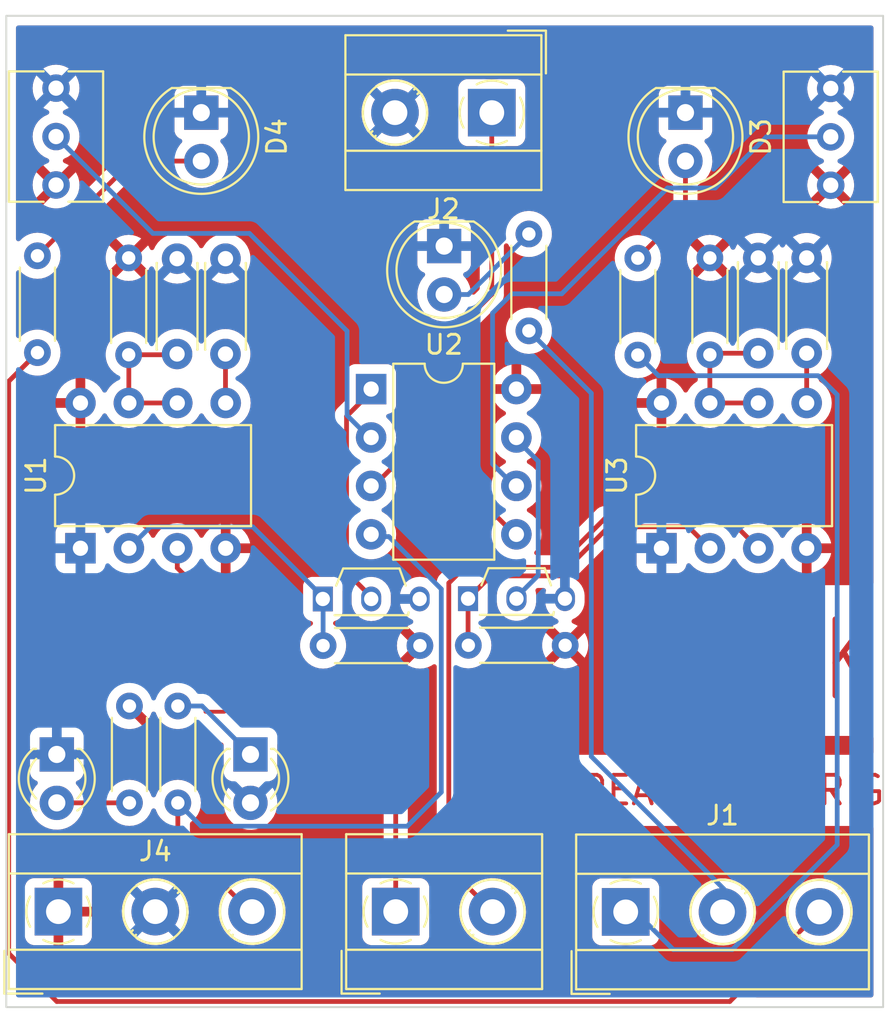
<source format=kicad_pcb>
(kicad_pcb (version 20211014) (generator pcbnew)
  (layers (0 "F.Cu" signal) (31 "B.Cu" signal) (34 "B.Paste" user) (35 "F.Paste" user) (36 "B.SilkS" user "B.Silkscreen") (37 "F.SilkS" user "F.Silkscreen") (38 "B.Mask" user) (39 "F.Mask" user) (44 "Edge.Cuts" user))
  (net 0 "")
  (net 1 "Earth")
  (net 2 "Net-(U3-Pad3)")
  (net 3 "-5V")
  (net 4 "Net-(RV1-Pad2)")
  (net 5 "Net-(RV2-Pad2)")
  (net 6 "Net-(J1-Pad2)")
  (net 7 "Net-(Q1-Pad2)")
  (net 8 "Net-(Q2-Pad2)")
  (net 9 "Net-(D3-Pad2)")
  (net 10 "Net-(J2-Pad1)")
  (net 11 "Net-(C1-Pad1)")
  (net 12 "Net-(C2-Pad1)")
  (net 13 "Net-(C4-Pad1)")
  (net 14 "Net-(D4-Pad2)")
  (net 15 "Net-(J1-Pad1)")
  (net 16 "Net-(J3-Pad1)")
  (net 17 "+3.3V")
  (net 18 "Net-(Q1-Pad1)")
  (net 19 "Net-(D1-Pad1)")
  (net 20 "Net-(D2-Pad2)")
  (net 21 "Net-(D5-Pad2)")
  (net 22 "Net-(J1-Pad3)")
  (net 23 "Net-(C3-Pad1)")
  (net 24 "Net-(Q2-Pad1)")
  (footprint "Resistor_THT:R_Axial_DIN0204_L3.6mm_D1.6mm_P5.08mm_Horizontal" (layer "F.Cu") (at 133.32 64.12 -90)
    (fp_text reference "R8" hide)
    (fp_text value "100k")
    (fp_line (start 0.62 -0.92) (end 4.46 -0.92) (layer "F.SilkS") (width 0.12))
    (fp_line (start 0.62 0.92) (end 4.46 0.92) (layer "F.SilkS") (width 0.12))
    (pad "1" thru_hole circle (at 0 0 270) (size 1.4 1.4) (drill 0.7) (layers *.Cu *.Mask) (net 17 "+3.3V"))
    (pad "2" thru_hole oval (at 5.08 0 270) (size 1.4 1.4) (drill 0.7) (layers *.Cu *.Mask) (net 13 "Net-(C4-Pad1)"))
  )
  (footprint "LED_THT:LED_D5.0mm" (layer "F.Cu") (at 119.38 63.5 -90)
    (fp_text reference "D5" hide)
    (fp_text value "LED" hide)
    (fp_line (start -1.29 -1.545) (end -1.29 1.545) (layer "F.SilkS") (width 0.12))
    (fp_arc (start 4.26 -0.000462) (mid 2.072002 2.880433) (end -1.29 1.54483) (layer "F.SilkS") (width 0.12))
    (fp_arc (start -1.29 -1.54483) (mid 2.072002 -2.880433) (end 4.26 0.000462) (layer "F.SilkS") (width 0.12))
    (fp_circle (center 1.27 0) (end 3.77 0) (layer "F.SilkS") (width 0.12) (fill none))
    (pad "1" thru_hole rect (at 0 0 270) (size 1.8 1.8) (drill 0.9) (layers *.Cu *.Mask) (net 1 "Earth"))
    (pad "2" thru_hole circle (at 2.54 0 270) (size 1.8 1.8) (drill 0.9) (layers *.Cu *.Mask) (net 21 "Net-(D5-Pad2)"))
  )
  (footprint "LED_THT:LED_D3.0mm" (layer "F.Cu") (at 109.22 90.165 -90)
    (fp_text reference "D1" hide)
    (fp_text value "LED" hide)
    (fp_line (start -0.29 -1.236) (end -0.29 -1.08) (layer "F.SilkS") (width 0.12))
    (fp_line (start -0.29 1.08) (end -0.29 1.236) (layer "F.SilkS") (width 0.12))
    (fp_arc (start 2.31113 1.079837) (mid 1.270117 1.5) (end 0.229039 1.08) (layer "F.SilkS") (width 0.12))
    (fp_arc (start 0.229039 -1.08) (mid 1.270117 -1.5) (end 2.31113 -1.079837) (layer "F.SilkS") (width 0.12))
    (fp_arc (start -0.29 -1.235516) (mid 1.366487 -1.987659) (end 2.942335 -1.078608) (layer "F.SilkS") (width 0.12))
    (fp_arc (start 2.942335 1.078608) (mid 1.366487 1.987659) (end -0.29 1.235516) (layer "F.SilkS") (width 0.12))
    (pad "1" thru_hole rect (at 0 0 270) (size 1.8 1.8) (drill 0.9) (layers *.Cu *.Mask) (net 19 "Net-(D1-Pad1)"))
    (pad "2" thru_hole circle (at 2.54 0 270) (size 1.8 1.8) (drill 0.9) (layers *.Cu *.Mask) (net 1 "Earth"))
  )
  (footprint "TerminalBlock_MetzConnect:TerminalBlock_MetzConnect_Type101_RT01602HBWC_1x02_P5.08mm_Horizontal" (layer "F.Cu") (at 121.88 56.5 180)
    (fp_text reference "J2" (at 2.54 -5.06 180) (layer "F.SilkS"))
    (fp_text value "CONN_2")
    (fp_line (start 6.355 -1.069) (end 6.261 -0.976) (layer "F.SilkS") (width 0.12))
    (fp_line (start 7.68 -4.06) (end 7.68 4.06) (layer "F.SilkS") (width 0.12))
    (fp_line (start -2.84 2.06) (end -2.84 4.3) (layer "F.SilkS") (width 0.12))
    (fp_line (start -2.6 2) (end 7.68 2) (layer "F.SilkS") (width 0.12))
    (fp_line (start -2.6 -4.06) (end -2.6 4.06) (layer "F.SilkS") (width 0.12))
    (fp_line (start -2.6 4.06) (end 7.68 4.06) (layer "F.SilkS") (width 0.12))
    (fp_line (start 6.15 -1.275) (end 6.091 -1.216) (layer "F.SilkS") (width 0.12))
    (fp_line (start 3.9 0.976) (end 3.806 1.069) (layer "F.SilkS") (width 0.12))
    (fp_line (start -2.6 -2) (end 7.68 -2) (layer "F.SilkS") (width 0.12))
    (fp_line (start -2.6 -4.06) (end 7.68 -4.06) (layer "F.SilkS") (width 0.12))
    (fp_line (start 4.07 1.216) (end 4.011 1.274) (layer "F.SilkS") (width 0.12))
    (fp_line (start -2.84 4.3) (end -0.84 4.3) (layer "F.SilkS") (width 0.12))
    (fp_arc (start -1.483953 0.789089) (mid -1.680708 0.00005) (end -1.484 -0.789) (layer "F.SilkS") (width 0.12))
    (fp_arc (start 1.483953 -0.789089) (mid 1.680708 -0.00005) (end 1.484 0.789) (layer "F.SilkS") (width 0.12))
    (fp_arc (start -0.789089 -1.483953) (mid -0.00005 -1.680708) (end 0.789 -1.484) (layer "F.SilkS") (width 0.12))
    (fp_arc (start 0.029383 1.68045) (mid -0.392304 1.634281) (end -0.789 1.484) (layer "F.SilkS") (width 0.12))
    (fp_arc (start 0.788712 1.483352) (mid 0.406429 1.630097) (end 0 1.68) (layer "F.SilkS") (width 0.12))
    (fp_circle (center 5.08 0) (end 6.76 0) (layer "F.SilkS") (width 0.12) (fill none))
    (pad "1" thru_hole rect (at 0 0 180) (size 2.5 2.5) (drill 1.3) (layers *.Cu *.Mask) (net 10 "Net-(J2-Pad1)"))
    (pad "2" thru_hole circle (at 5.08 0 180) (size 2.5 2.5) (drill 1.3) (layers *.Cu *.Mask) (net 1 "Earth"))
  )
  (footprint "Resistor_THT:R_Axial_DIN0204_L3.6mm_D1.6mm_P5.08mm_Horizontal" (layer "F.Cu") (at 129.54 69.215 90)
    (fp_text reference "R4" hide)
    (fp_text value "100")
    (fp_line (start 0.62 -0.92) (end 4.46 -0.92) (layer "F.SilkS") (width 0.12))
    (fp_line (start 0.62 0.92) (end 4.46 0.92) (layer "F.SilkS") (width 0.12))
    (pad "1" thru_hole circle (at 0 0 90) (size 1.4 1.4) (drill 0.7) (layers *.Cu *.Mask) (net 15 "Net-(J1-Pad1)"))
    (pad "2" thru_hole oval (at 5.08 0 90) (size 1.4 1.4) (drill 0.7) (layers *.Cu *.Mask) (net 9 "Net-(D3-Pad2)"))
  )
  (footprint "TerminalBlock_MetzConnect:TerminalBlock_MetzConnect_Type101_RT01603HBWC_1x03_P5.08mm_Horizontal" (layer "F.Cu") (at 128.905 98.425)
    (fp_text reference "J1" (at 5.08 -5.06) (layer "F.SilkS"))
    (fp_text value "CONN_2")
    (fp_line (start 6.355 -1.069) (end 6.261 -0.976) (layer "F.SilkS") (width 0.12))
    (fp_line (start -2.84 4.3) (end -0.84 4.3) (layer "F.SilkS") (width 0.12))
    (fp_line (start -2.84 2.06) (end -2.84 4.3) (layer "F.SilkS") (width 0.12))
    (fp_line (start 9.15 1.216) (end 9.091 1.274) (layer "F.SilkS") (width 0.12))
    (fp_line (start -2.6 -2) (end 12.76 -2) (layer "F.SilkS") (width 0.12))
    (fp_line (start -2.6 -4.06) (end -2.6 4.06) (layer "F.SilkS") (width 0.12))
    (fp_line (start 3.9 0.976) (end 3.806 1.069) (layer "F.SilkS") (width 0.12))
    (fp_line (start 8.98 0.976) (end 8.886 1.069) (layer "F.SilkS") (width 0.12))
    (fp_line (start 12.76 -4.06) (end 12.76 4.06) (layer "F.SilkS") (width 0.12))
    (fp_line (start 4.07 1.216) (end 4.011 1.274) (layer "F.SilkS") (width 0.12))
    (fp_line (start -2.6 2) (end 12.76 2) (layer "F.SilkS") (width 0.12))
    (fp_line (start -2.6 -4.06) (end 12.76 -4.06) (layer "F.SilkS") (width 0.12))
    (fp_line (start 11.23 -1.275) (end 11.171 -1.216) (layer "F.SilkS") (width 0.12))
    (fp_line (start 6.15 -1.275) (end 6.091 -1.216) (layer "F.SilkS") (width 0.12))
    (fp_line (start 11.435 -1.069) (end 11.341 -0.976) (layer "F.SilkS") (width 0.12))
    (fp_line (start -2.6 4.06) (end 12.76 4.06) (layer "F.SilkS") (width 0.12))
    (fp_arc (start 0.788712 1.483352) (mid 0.406429 1.630097) (end 0 1.68) (layer "F.SilkS") (width 0.12))
    (fp_arc (start -1.483953 0.789089) (mid -1.680708 0.00005) (end -1.484 -0.789) (layer "F.SilkS") (width 0.12))
    (fp_arc (start -0.789089 -1.483953) (mid -0.00005 -1.680708) (end 0.789 -1.484) (layer "F.SilkS") (width 0.12))
    (fp_arc (start 1.483953 -0.789089) (mid 1.680708 -0.00005) (end 1.484 0.789) (layer "F.SilkS") (width 0.12))
    (fp_arc (start 0.029383 1.68045) (mid -0.392304 1.634281) (end -0.789 1.484) (layer "F.SilkS") (width 0.12))
    (fp_circle (center 10.16 0) (end 11.84 0) (layer "F.SilkS") (width 0.12) (fill none))
    (fp_circle (center 5.08 0) (end 6.76 0) (layer "F.SilkS") (width 0.12) (fill none))
    (pad "1" thru_hole rect (at 0 0) (size 2.5 2.5) (drill 1.3) (layers *.Cu *.Mask) (net 15 "Net-(J1-Pad1)"))
    (pad "2" thru_hole circle (at 5.08 0) (size 2.5 2.5) (drill 1.3) (layers *.Cu *.Mask) (net 6 "Net-(J1-Pad2)"))
    (pad "3" thru_hole circle (at 10.16 0) (size 2.5 2.5) (drill 1.3) (layers *.Cu *.Mask) (net 22 "Net-(J1-Pad3)"))
  )
  (footprint "LED_THT:LED_D5.0mm" (layer "F.Cu") (at 106.64 56.5 -90)
    (fp_text reference "D4" (at 1.27 -3.96 90) (layer "F.SilkS"))
    (fp_text value "LED")
    (fp_line (start -1.29 -1.545) (end -1.29 1.545) (layer "F.SilkS") (width 0.12))
    (fp_arc (start 4.26 -0.000462) (mid 2.072002 2.880433) (end -1.29 1.54483) (layer "F.SilkS") (width 0.12))
    (fp_arc (start -1.29 -1.54483) (mid 2.072002 -2.880433) (end 4.26 0.000462) (layer "F.SilkS") (width 0.12))
    (fp_circle (center 1.27 0) (end 3.77 0) (layer "F.SilkS") (width 0.12) (fill none))
    (pad "1" thru_hole rect (at 0 0 270) (size 1.8 1.8) (drill 0.9) (layers *.Cu *.Mask) (net 1 "Earth"))
    (pad "2" thru_hole circle (at 2.54 0 270) (size 1.8 1.8) (drill 0.9) (layers *.Cu *.Mask) (net 14 "Net-(D4-Pad2)"))
  )
  (footprint "Capacitor_THT:C_Disc_D4.3mm_W1.9mm_P5.00mm" (layer "F.Cu") (at 135.86 69.12 90)
    (fp_text reference "C4" hide)
    (fp_text value "1uF")
    (fp_line (start 0.23 1.055) (end 0.23 1.07) (layer "F.SilkS") (width 0.12))
    (fp_line (start 0.23 -1.07) (end 4.77 -1.07) (layer "F.SilkS") (width 0.12))
    (fp_line (start 0.23 1.07) (end 4.77 1.07) (layer "F.SilkS") (width 0.12))
    (fp_line (start 4.77 -1.07) (end 4.77 -1.055) (layer "F.SilkS") (width 0.12))
    (fp_line (start 0.23 -1.07) (end 0.23 -1.055) (layer "F.SilkS") (width 0.12))
    (fp_line (start 4.77 1.055) (end 4.77 1.07) (layer "F.SilkS") (width 0.12))
    (pad "1" thru_hole circle (at 0 0 90) (size 1.6 1.6) (drill 0.8) (layers *.Cu *.Mask) (net 13 "Net-(C4-Pad1)"))
    (pad "2" thru_hole circle (at 5 0 90) (size 1.6 1.6) (drill 0.8) (layers *.Cu *.Mask) (net 1 "Earth"))
  )
  (footprint "Resistor_THT:R_Axial_DIN0204_L3.6mm_D1.6mm_P5.08mm_Horizontal" (layer "F.Cu") (at 102.83 64.12 -90)
    (fp_text reference "R1" hide)
    (fp_text value "100k")
    (fp_line (start 0.62 0.92) (end 4.46 0.92) (layer "F.SilkS") (width 0.12))
    (fp_line (start 0.62 -0.92) (end 4.46 -0.92) (layer "F.SilkS") (width 0.12))
    (pad "1" thru_hole circle (at 0 0 270) (size 1.4 1.4) (drill 0.7) (layers *.Cu *.Mask) (net 17 "+3.3V"))
    (pad "2" thru_hole oval (at 5.08 0 270) (size 1.4 1.4) (drill 0.7) (layers *.Cu *.Mask) (net 11 "Net-(C1-Pad1)"))
  )
  (footprint "Resistor_THT:R_Axial_DIN0204_L3.6mm_D1.6mm_P5.08mm_Horizontal" (layer "F.Cu") (at 105.41 92.705 90)
    (fp_text reference "R2" hide)
    (fp_text value "100")
    (fp_line (start 0.62 0.92) (end 4.46 0.92) (layer "F.SilkS") (width 0.12))
    (fp_line (start 0.62 -0.92) (end 4.46 -0.92) (layer "F.SilkS") (width 0.12))
    (pad "1" thru_hole circle (at 0 0 90) (size 1.4 1.4) (drill 0.7) (layers *.Cu *.Mask) (net 3 "-5V"))
    (pad "2" thru_hole oval (at 5.08 0 90) (size 1.4 1.4) (drill 0.7) (layers *.Cu *.Mask) (net 19 "Net-(D1-Pad1)"))
  )
  (footprint "Capacitor_THT:C_Disc_D4.3mm_W1.9mm_P5.00mm" (layer "F.Cu") (at 105.37 69.16 90)
    (fp_text reference "C1" hide)
    (fp_text value "1uF")
    (fp_line (start 0.23 -1.07) (end 4.77 -1.07) (layer "F.SilkS") (width 0.12))
    (fp_line (start 4.77 1.055) (end 4.77 1.07) (layer "F.SilkS") (width 0.12))
    (fp_line (start 4.77 -1.07) (end 4.77 -1.055) (layer "F.SilkS") (width 0.12))
    (fp_line (start 0.23 1.055) (end 0.23 1.07) (layer "F.SilkS") (width 0.12))
    (fp_line (start 0.23 -1.07) (end 0.23 -1.055) (layer "F.SilkS") (width 0.12))
    (fp_line (start 0.23 1.07) (end 4.77 1.07) (layer "F.SilkS") (width 0.12))
    (pad "1" thru_hole circle (at 0 0 90) (size 1.6 1.6) (drill 0.8) (layers *.Cu *.Mask) (net 11 "Net-(C1-Pad1)"))
    (pad "2" thru_hole circle (at 5 0 90) (size 1.6 1.6) (drill 0.8) (layers *.Cu *.Mask) (net 1 "Earth"))
  )
  (footprint "Package_DIP:DIP-8_W7.62mm" (layer "F.Cu") (at 130.78 79.35 90)
    (fp_text reference "U3" (at 3.81 -2.33 90) (layer "F.SilkS"))
    (fp_text value "555")
    (fp_line (start 1.16 8.95) (end 6.46 8.95) (layer "F.SilkS") (width 0.12))
    (fp_line (start 6.46 -1.33) (end 4.81 -1.33) (layer "F.SilkS") (width 0.12))
    (fp_line (start 2.81 -1.33) (end 1.16 -1.33) (layer "F.SilkS") (width 0.12))
    (fp_line (start 6.46 8.95) (end 6.46 -1.33) (layer "F.SilkS") (width 0.12))
    (fp_line (start 1.16 -1.33) (end 1.16 8.95) (layer "F.SilkS") (width 0.12))
    (fp_arc (start 4.81 -1.33) (mid 3.81 -0.33) (end 2.81 -1.33) (layer "F.SilkS") (width 0.12))
    (pad "1" thru_hole rect (at 0 0 90) (size 1.6 1.6) (drill 0.8) (layers *.Cu *.Mask) (net 1 "Earth"))
    (pad "2" thru_hole oval (at 0 2.54 90) (size 1.6 1.6) (drill 0.8) (layers *.Cu *.Mask) (net 24 "Net-(Q2-Pad1)"))
    (pad "3" thru_hole oval (at 0 5.08 90) (size 1.6 1.6) (drill 0.8) (layers *.Cu *.Mask) (net 2 "Net-(U3-Pad3)"))
    (pad "4" thru_hole oval (at 0 7.62 90) (size 1.6 1.6) (drill 0.8) (layers *.Cu *.Mask) (net 17 "+3.3V"))
    (pad "5" thru_hole oval (at 7.62 7.62 90) (size 1.6 1.6) (drill 0.8) (layers *.Cu *.Mask) (net 23 "Net-(C3-Pad1)"))
    (pad "6" thru_hole oval (at 7.62 5.08 90) (size 1.6 1.6) (drill 0.8) (layers *.Cu *.Mask) (net 13 "Net-(C4-Pad1)"))
    (pad "7" thru_hole oval (at 7.62 2.54 90) (size 1.6 1.6) (drill 0.8) (layers *.Cu *.Mask) (net 13 "Net-(C4-Pad1)"))
    (pad "8" thru_hole oval (at 7.62 0 90) (size 1.6 1.6) (drill 0.8) (layers *.Cu *.Mask) (net 17 "+3.3V"))
  )
  (footprint "Resistor_THT:R_Axial_DIN0204_L3.6mm_D1.6mm_P5.08mm_Horizontal" (layer "F.Cu") (at 98.044 69.088 90)
    (fp_text reference "R5" hide)
    (fp_text value "100")
    (fp_line (start 0.62 0.92) (end 4.46 0.92) (layer "F.SilkS") (width 0.12))
    (fp_line (start 0.62 -0.92) (end 4.46 -0.92) (layer "F.SilkS") (width 0.12))
    (pad "1" thru_hole circle (at 0 0 90) (size 1.4 1.4) (drill 0.7) (layers *.Cu *.Mask) (net 22 "Net-(J1-Pad3)"))
    (pad "2" thru_hole oval (at 5.08 0 90) (size 1.4 1.4) (drill 0.7) (layers *.Cu *.Mask) (net 14 "Net-(D4-Pad2)"))
  )
  (footprint "Package_TO_SOT_THT:TO-92S_Wide" (layer "F.Cu") (at 120.635 81.995)
    (fp_text reference "Q2" hide)
    (fp_text value "Q_NPN_CBE" hide)
    (fp_line (start 4.47 0.85) (end 4.5 0.7) (layer "F.SilkS") (width 0.12))
    (fp_line (start 1.07 -1.6) (end 0.7 -0.7) (layer "F.SilkS") (width 0.12))
    (fp_line (start 4.35 -0.7) (end 4.02 -1.6) (layer "F.SilkS") (width 0.12))
    (fp_line (start 4.02 -1.6) (end 1.07 -1.6) (layer "F.SilkS") (width 0.12))
    (fp_line (start 0.62 0.85) (end 4.47 0.85) (layer "F.SilkS") (width 0.12))
    (pad "1" thru_hole rect (at 0 0) (size 1.05 1.3) (drill 0.75) (layers *.Cu *.Mask) (net 24 "Net-(Q2-Pad1)"))
    (pad "2" thru_hole oval (at 2.54 0) (size 1.05 1.3) (drill 0.75) (layers *.Cu *.Mask) (net 8 "Net-(Q2-Pad2)"))
    (pad "3" thru_hole oval (at 5.08 0) (size 1.05 1.3) (drill 0.75) (layers *.Cu *.Mask) (net 1 "Earth"))
  )
  (footprint "Resistor_THT:R_Axial_DIN0204_L3.6mm_D1.6mm_P5.08mm_Horizontal" (layer "F.Cu") (at 118.11 84.455 180)
    (fp_text reference "R6" hide)
    (fp_text value "47k")
    (fp_line (start 0.62 0.92) (end 4.46 0.92) (layer "F.SilkS") (width 0.12))
    (fp_line (start 0.62 -0.92) (end 4.46 -0.92) (layer "F.SilkS") (width 0.12))
    (pad "1" thru_hole circle (at 0 0 180) (size 1.4 1.4) (drill 0.7) (layers *.Cu *.Mask) (net 17 "+3.3V"))
    (pad "2" thru_hole oval (at 5.08 0 180) (size 1.4 1.4) (drill 0.7) (layers *.Cu *.Mask) (net 18 "Net-(Q1-Pad1)"))
  )
  (footprint "TerminalBlock_MetzConnect:TerminalBlock_MetzConnect_Type101_RT01603HBWC_1x03_P5.08mm_Horizontal" (layer "F.Cu") (at 99.145 98.41)
    (fp_text reference "J4" (at 5.085 -3.16) (layer "F.SilkS"))
    (fp_text value "Conn_01x03")
    (fp_line (start 12.76 -4.06) (end 12.76 4.06) (layer "F.SilkS") (width 0.12))
    (fp_line (start 6.355 -1.069) (end 6.261 -0.976) (layer "F.SilkS") (width 0.12))
    (fp_line (start 9.15 1.216) (end 9.091 1.274) (layer "F.SilkS") (width 0.12))
    (fp_line (start 4.07 1.216) (end 4.011 1.274) (layer "F.SilkS") (width 0.12))
    (fp_line (start -2.6 -4.06) (end -2.6 4.06) (layer "F.SilkS") (width 0.12))
    (fp_line (start -2.6 -2) (end 12.76 -2) (layer "F.SilkS") (width 0.12))
    (fp_line (start -2.6 4.06) (end 12.76 4.06) (layer "F.SilkS") (width 0.12))
    (fp_line (start -2.84 4.3) (end -0.84 4.3) (layer "F.SilkS") (width 0.12))
    (fp_line (start 8.98 0.976) (end 8.886 1.069) (layer "F.SilkS") (width 0.12))
    (fp_line (start 6.15 -1.275) (end 6.091 -1.216) (layer "F.SilkS") (width 0.12))
    (fp_line (start -2.6 -4.06) (end 12.76 -4.06) (layer "F.SilkS") (width 0.12))
    (fp_line (start 3.9 0.976) (end 3.806 1.069) (layer "F.SilkS") (width 0.12))
    (fp_line (start 11.23 -1.275) (end 11.171 -1.216) (layer "F.SilkS") (width 0.12))
    (fp_line (start -2.84 2.06) (end -2.84 4.3) (layer "F.SilkS") (width 0.12))
    (fp_line (start -2.6 2) (end 12.76 2) (layer "F.SilkS") (width 0.12))
    (fp_line (start 11.435 -1.069) (end 11.341 -0.976) (layer "F.SilkS") (width 0.12))
    (fp_arc (start 1.483953 -0.789089) (mid 1.680708 -0.00005) (end 1.484 0.789) (layer "F.SilkS") (width 0.12))
    (fp_arc (start 0.788712 1.483352) (mid 0.406429 1.630097) (end 0 1.68) (layer "F.SilkS") (width 0.12))
    (fp_arc (start -0.789089 -1.483953) (mid -0.00005 -1.680708) (end 0.789 -1.484) (layer "F.SilkS") (width 0.12))
    (fp_arc (start -1.483953 0.789089) (mid -1.680708 0.00005) (end -1.484 -0.789) (layer "F.SilkS") (width 0.12))
    (fp_arc (start 0.029383 1.68045) (mid -0.392304 1.634281) (end -0.789 1.484) (layer "F.SilkS") (width 0.12))
    (fp_circle (center 10.16 0) (end 11.84 0) (layer "F.SilkS") (width 0.12) (fill none))
    (fp_circle (center 5.08 0) (end 6.76 0) (layer "F.SilkS") (width 0.12) (fill none))
    (pad "1" thru_hole rect (at 0 0) (size 2.5 2.5) (drill 1.3) (layers *.Cu *.Mask) (net 17 "+3.3V"))
    (pad "2" thru_hole circle (at 5.08 0) (size 2.5 2.5) (drill 1.3) (layers *.Cu *.Mask) (net 1 "Earth"))
    (pad "3" thru_hole circle (at 10.16 0) (size 2.5 2.5) (drill 1.3) (layers *.Cu *.Mask) (net 3 "-5V"))
  )
  (footprint "Potentiometer_THT:Potentiometer_Vishay_T73XW_Horizontal" (layer "F.Cu") (at 99.02 60.295 180)
    (fp_text reference "RV1" hide)
    (fp_text value "100k")
    (fp_line (start -2.47 -0.88) (end -2.47 5.96) (layer "F.SilkS") (width 0.12))
    (fp_line (start -2.47 5.96) (end -0.65 5.96) (layer "F.SilkS") (width 0.12))
    (fp_line (start 0.65 5.96) (end 2.47 5.96) (layer "F.SilkS") (width 0.12))
    (fp_line (start 0.65 -0.88) (end 2.47 -0.88) (layer "F.SilkS") (width 0.12))
    (fp_line (start -2.47 -0.88) (end -0.65 -0.88) (layer "F.SilkS") (width 0.12))
    (fp_line (start 2.47 -0.88) (end 2.47 5.96) (layer "F.SilkS") (width 0.12))
    (pad "1" thru_hole circle (at 0 0 180) (size 1.44 1.44) (drill 0.8) (layers *.Cu *.Mask) (net 17 "+3.3V"))
    (pad "2" thru_hole circle (at 0 2.54 180) (size 1.44 1.44) (drill 0.8) (layers *.Cu *.Mask) (net 4 "Net-(RV1-Pad2)"))
    (pad "3" thru_hole circle (at 0 5.08 180) (size 1.44 1.44) (drill 0.8) (layers *.Cu *.Mask) (net 1 "Earth"))
  )
  (footprint "Package_DIP:DIP-8_W7.62mm" (layer "F.Cu") (at 115.55 71)
    (fp_text reference "U2" (at 3.81 -2.33) (layer "F.SilkS"))
    (fp_text value "LM358")
    (fp_line (start 2.81 -1.33) (end 1.16 -1.33) (layer "F.SilkS") (width 0.12))
    (fp_line (start 6.46 -1.33) (end 4.81 -1.33) (layer "F.SilkS") (width 0.12))
    (fp_line (start 6.46 8.95) (end 6.46 -1.33) (layer "F.SilkS") (width 0.12))
    (fp_line (start 1.16 8.95) (end 6.46 8.95) (layer "F.SilkS") (width 0.12))
    (fp_line (start 1.16 -1.33) (end 1.16 8.95) (layer "F.SilkS") (width 0.12))
    (fp_arc (start 4.81 -1.33) (mid 3.81 -0.33) (end 2.81 -1.33) (layer "F.SilkS") (width 0.12))
    (pad "1" thru_hole rect (at 0 0) (size 1.6 1.6) (drill 0.8) (layers *.Cu *.Mask) (net 7 "Net-(Q1-Pad2)"))
    (pad "2" thru_hole oval (at 0 2.54) (size 1.6 1.6) (drill 0.8) (layers *.Cu *.Mask) (net 4 "Net-(RV1-Pad2)"))
    (pad "3" thru_hole oval (at 0 5.08) (size 1.6 1.6) (drill 0.8) (layers *.Cu *.Mask) (net 10 "Net-(J2-Pad1)"))
    (pad "4" thru_hole oval (at 0 7.62) (size 1.6 1.6) (drill 0.8) (layers *.Cu *.Mask) (net 3 "-5V"))
    (pad "5" thru_hole oval (at 7.62 7.62) (size 1.6 1.6) (drill 0.8) (layers *.Cu *.Mask) (net 10 "Net-(J2-Pad1)"))
    (pad "6" thru_hole oval (at 7.62 5.08) (size 1.6 1.6) (drill 0.8) (layers *.Cu *.Mask) (net 5 "Net-(RV2-Pad2)"))
    (pad "7" thru_hole oval (at 7.62 2.54) (size 1.6 1.6) (drill 0.8) (layers *.Cu *.Mask) (net 8 "Net-(Q2-Pad2)"))
    (pad "8" thru_hole oval (at 7.62 0) (size 1.6 1.6) (drill 0.8) (layers *.Cu *.Mask) (net 17 "+3.3V"))
  )
  (footprint "TerminalBlock_MetzConnect:TerminalBlock_MetzConnect_Type101_RT01602HBWC_1x02_P5.08mm_Horizontal" (layer "F.Cu") (at 116.84 98.41)
    (fp_text reference "J3" hide)
    (fp_text value "CONN_2" hide)
    (fp_line (start 6.355 -1.069) (end 6.261 -0.976) (layer "F.SilkS") (width 0.12))
    (fp_line (start -2.6 -4.06) (end 7.68 -4.06) (layer "F.SilkS") (width 0.12))
    (fp_line (start 7.68 -4.06) (end 7.68 4.06) (layer "F.SilkS") (width 0.12))
    (fp_line (start -2.84 2.06) (end -2.84 4.3) (layer "F.SilkS") (width 0.12))
    (fp_line (start -2.6 4.06) (end 7.68 4.06) (layer "F.SilkS") (width 0.12))
    (fp_line (start -2.6 -4.06) (end -2.6 4.06) (layer "F.SilkS") (width 0.12))
    (fp_line (start 4.07 1.216) (end 4.011 1.274) (layer "F.SilkS") (width 0.12))
    (fp_line (start -2.6 -2) (end 7.68 -2) (layer "F.SilkS") (width 0.12))
    (fp_line (start -2.84 4.3) (end -0.84 4.3) (layer "F.SilkS") (width 0.12))
    (fp_line (start 6.15 -1.275) (end 6.091 -1.216) (layer "F.SilkS") (width 0.12))
    (fp_line (start -2.6 2) (end 7.68 2) (layer "F.SilkS") (width 0.12))
    (fp_line (start 3.9 0.976) (end 3.806 1.069) (layer "F.SilkS") (width 0.12))
    (fp_arc (start 0.029383 1.68045) (mid -0.392304 1.634281) (end -0.789 1.484) (layer "F.SilkS") (width 0.12))
    (fp_arc (start -0.789089 -1.483953) (mid -0.00005 -1.680708) (end 0.789 -1.484) (layer "F.SilkS") (width 0.12))
    (fp_arc (start -1.483953 0.789089) (mid -1.680708 0.00005) (end -1.484 -0.789) (layer "F.SilkS") (width 0.12))
    (fp_arc (start 1.483953 -0.789089) (mid 1.680708 -0.00005) (end 1.484 0.789) (layer "F.SilkS") (width 0.12))
    (fp_arc (start 0.788712 1.483352) (mid 0.406429 1.630097) (end 0 1.68) (layer "F.SilkS") (width 0.12))
    (fp_circle (center 5.08 0) (end 6.76 0) (layer "F.SilkS") (width 0.12) (fill none))
    (pad "1" thru_hole rect (at 0 0) (size 2.5 2.5) (drill 1.3) (layers *.Cu *.Mask) (net 16 "Net-(J3-Pad1)"))
    (pad "2" thru_hole circle (at 5.08 0) (size 2.5 2.5) (drill 1.3) (layers *.Cu *.Mask) (net 2 "Net-(U3-Pad3)"))
  )
  (footprint "LED_THT:LED_D5.0mm" (layer "F.Cu") (at 132.04 56.5 -90)
    (fp_text reference "D3" (at 1.27 -3.96 90) (layer "F.SilkS"))
    (fp_text value "LED")
    (fp_line (start -1.29 -1.545) (end -1.29 1.545) (layer "F.SilkS") (width 0.12))
    (fp_arc (start 4.26 -0.000462) (mid 2.072002 2.880433) (end -1.29 1.54483) (layer "F.SilkS") (width 0.12))
    (fp_arc (start -1.29 -1.54483) (mid 2.072002 -2.880433) (end 4.26 0.000462) (layer "F.SilkS") (width 0.12))
    (fp_circle (center 1.27 0) (end 3.77 0) (layer "F.SilkS") (width 0.12) (fill none))
    (pad "1" thru_hole rect (at 0 0 270) (size 1.8 1.8) (drill 0.9) (layers *.Cu *.Mask) (net 1 "Earth"))
    (pad "2" thru_hole circle (at 2.54 0 270) (size 1.8 1.8) (drill 0.9) (layers *.Cu *.Mask) (net 9 "Net-(D3-Pad2)"))
  )
  (footprint "Resistor_THT:R_Axial_DIN0204_L3.6mm_D1.6mm_P5.08mm_Horizontal" (layer "F.Cu") (at 102.87 87.625 -90)
    (fp_text reference "R3" hide)
    (fp_text value "100")
    (fp_line (start 0.62 -0.92) (end 4.46 -0.92) (layer "F.SilkS") (width 0.12))
    (fp_line (start 0.62 0.92) (end 4.46 0.92) (layer "F.SilkS") (width 0.12))
    (pad "1" thru_hole circle (at 0 0 270) (size 1.4 1.4) (drill 0.7) (layers *.Cu *.Mask) (net 17 "+3.3V"))
    (pad "2" thru_hole oval (at 5.08 0 270) (size 1.4 1.4) (drill 0.7) (layers *.Cu *.Mask) (net 20 "Net-(D2-Pad2)"))
  )
  (footprint "Capacitor_THT:C_Disc_D4.3mm_W1.9mm_P5.00mm" (layer "F.Cu") (at 138.4 69.12 90)
    (fp_text reference "C3" hide)
    (fp_text value "10nF")
    (fp_line (start 4.77 -1.07) (end 4.77 -1.055) (layer "F.SilkS") (width 0.12))
    (fp_line (start 0.23 1.055) (end 0.23 1.07) (layer "F.SilkS") (width 0.12))
    (fp_line (start 0.23 1.07) (end 4.77 1.07) (layer "F.SilkS") (width 0.12))
    (fp_line (start 4.77 1.055) (end 4.77 1.07) (layer "F.SilkS") (width 0.12))
    (fp_line (start 0.23 -1.07) (end 0.23 -1.055) (layer "F.SilkS") (width 0.12))
    (fp_line (start 0.23 -1.07) (end 4.77 -1.07) (layer "F.SilkS") (width 0.12))
    (pad "1" thru_hole circle (at 0 0 90) (size 1.6 1.6) (drill 0.8) (layers *.Cu *.Mask) (net 23 "Net-(C3-Pad1)"))
    (pad "2" thru_hole circle (at 5 0 90) (size 1.6 1.6) (drill 0.8) (layers *.Cu *.Mask) (net 1 "Earth"))
  )
  (footprint "LED_THT:LED_D3.0mm" (layer "F.Cu") (at 99.06 90.165 -90)
    (fp_text reference "D2" hide)
    (fp_text value "LED" hide)
    (fp_line (start -0.29 1.08) (end -0.29 1.236) (layer "F.SilkS") (width 0.12))
    (fp_line (start -0.29 -1.236) (end -0.29 -1.08) (layer "F.SilkS") (width 0.12))
    (fp_arc (start 2.31113 1.079837) (mid 1.270117 1.5) (end 0.229039 1.08) (layer "F.SilkS") (width 0.12))
    (fp_arc (start 0.229039 -1.08) (mid 1.270117 -1.5) (end 2.31113 -1.079837) (layer "F.SilkS") (width 0.12))
    (fp_arc (start -0.29 -1.235516) (mid 1.366487 -1.987659) (end 2.942335 -1.078608) (layer "F.SilkS") (width 0.12))
    (fp_arc (start 2.942335 1.078608) (mid 1.366487 1.987659) (end -0.29 1.235516) (layer "F.SilkS") (width 0.12))
    (pad "1" thru_hole rect (at 0 0 270) (size 1.8 1.8) (drill 0.9) (layers *.Cu *.Mask) (net 1 "Earth"))
    (pad "2" thru_hole circle (at 2.54 0 270) (size 1.8 1.8) (drill 0.9) (layers *.Cu *.Mask) (net 20 "Net-(D2-Pad2)"))
  )
  (footprint "Potentiometer_THT:Potentiometer_Vishay_T73XW_Horizontal" (layer "F.Cu") (at 139.66 60.31 180)
    (fp_text reference "RV2" hide)
    (fp_text value "100k")
    (fp_line (start -2.47 -0.88) (end -0.65 -0.88) (layer "F.SilkS") (width 0.12))
    (fp_line (start 0.65 5.96) (end 2.47 5.96) (layer "F.SilkS") (width 0.12))
    (fp_line (start -2.47 -0.88) (end -2.47 5.96) (layer "F.SilkS") (width 0.12))
    (fp_line (start -2.47 5.96) (end -0.65 5.96) (layer "F.SilkS") (width 0.12))
    (fp_line (start 2.47 -0.88) (end 2.47 5.96) (layer "F.SilkS") (width 0.12))
    (fp_line (start 0.65 -0.88) (end 2.47 -0.88) (layer "F.SilkS") (width 0.12))
    (pad "1" thru_hole circle (at 0 0 180) (size 1.44 1.44) (drill 0.8) (layers *.Cu *.Mask) (net 17 "+3.3V"))
    (pad "2" thru_hole circle (at 0 2.54 180) (size 1.44 1.44) (drill 0.8) (layers *.Cu *.Mask) (net 5 "Net-(RV2-Pad2)"))
    (pad "3" thru_hole circle (at 0 5.08 180) (size 1.44 1.44) (drill 0.8) (layers *.Cu *.Mask) (net 1 "Earth"))
  )
  (footprint "Resistor_THT:R_Axial_DIN0204_L3.6mm_D1.6mm_P5.08mm_Horizontal" (layer "F.Cu") (at 123.825 67.945 90)
    (fp_text reference "R9" hide)
    (fp_text value "100")
    (fp_line (start 0.62 -0.92) (end 4.46 -0.92) (layer "F.SilkS") (width 0.12))
    (fp_line (start 0.62 0.92) (end 4.46 0.92) (layer "F.SilkS") (width 0.12))
    (pad "1" thru_hole circle (at 0 0 90) (size 1.4 1.4) (drill 0.7) (layers *.Cu *.Mask) (net 6 "Net-(J1-Pad2)"))
    (pad "2" thru_hole oval (at 5.08 0 90) (size 1.4 1.4) (drill 0.7) (layers *.Cu *.Mask) (net 21 "Net-(D5-Pad2)"))
  )
  (footprint "Package_DIP:DIP-8_W7.62mm" (layer "F.Cu") (at 100.3 79.35 90)
    (fp_text reference "U1" (at 3.81 -2.33 90) (layer "F.SilkS"))
    (fp_text value "555")
    (fp_line (start 1.16 -1.33) (end 1.16 8.95) (layer "F.SilkS") (width 0.12))
    (fp_line (start 6.46 -1.33) (end 4.81 -1.33) (layer "F.SilkS") (width 0.12))
    (fp_line (start 2.81 -1.33) (end 1.16 -1.33) (layer "F.SilkS") (width 0.12))
    (fp_line (start 1.16 8.95) (end 6.46 8.95) (layer "F.SilkS") (width 0.12))
    (fp_line (start 6.46 8.95) (end 6.46 -1.33) (layer "F.SilkS") (width 0.12))
    (fp_arc (start 4.81 -1.33) (mid 3.81 -0.33) (end 2.81 -1.33) (layer "F.SilkS") (width 0.12))
    (pad "1" thru_hole rect (at 0 0 90) (size 1.6 1.6) (drill 0.8) (layers *.Cu *.Mask) (net 1 "Earth"))
    (pad "2" thru_hole oval (at 0 2.54 90) (size 1.6 1.6) (drill 0.8) (layers *.Cu *.Mask) (net 18 "Net-(Q1-Pad1)"))
    (pad "3" thru_hole oval (at 0 5.08 90) (size 1.6 1.6) (drill 0.8) (layers *.Cu *.Mask) (net 16 "Net-(J3-Pad1)"))
    (pad "4" thru_hole oval (at 0 7.62 90) (size 1.6 1.6) (drill 0.8) (layers *.Cu *.Mask) (net 17 "+3.3V"))
    (pad "5" thru_hole oval (at 7.62 7.62 90) (size 1.6 1.6) (drill 0.8) (layers *.Cu *.Mask) (net 12 "Net-(C2-Pad1)"))
    (pad "6" thru_hole oval (at 7.62 5.08 90) (size 1.6 1.6) (drill 0.8) (layers *.Cu *.Mask) (net 11 "Net-(C1-Pad1)"))
    (pad "7" thru_hole oval (at 7.62 2.54 90) (size 1.6 1.6) (drill 0.8) (layers *.Cu *.Mask) (net 11 "Net-(C1-Pad1)"))
    (pad "8" thru_hole oval (at 7.62 0 90) (size 1.6 1.6) (drill 0.8) (layers *.Cu *.Mask) (net 17 "+3.3V"))
  )
  (footprint "Capacitor_THT:C_Disc_D4.3mm_W1.9mm_P5.00mm" (layer "F.Cu") (at 107.91 69.16 90)
    (fp_text reference "C2" hide)
    (fp_text value "10nF")
    (fp_line (start 0.23 -1.07) (end 4.77 -1.07) (layer "F.SilkS") (width 0.12))
    (fp_line (start 0.23 -1.07) (end 0.23 -1.055) (layer "F.SilkS") (width 0.12))
    (fp_line (start 0.23 1.055) (end 0.23 1.07) (layer "F.SilkS") (width 0.12))
    (fp_line (start 4.77 -1.07) (end 4.77 -1.055) (layer "F.SilkS") (width 0.12))
    (fp_line (start 4.77 1.055) (end 4.77 1.07) (layer "F.SilkS") (width 0.12))
    (fp_line (start 0.23 1.07) (end 4.77 1.07) (layer "F.SilkS") (width 0.12))
    (pad "1" thru_hole circle (at 0 0 90) (size 1.6 1.6) (drill 0.8) (layers *.Cu *.Mask) (net 12 "Net-(C2-Pad1)"))
    (pad "2" thru_hole circle (at 5 0 90) (size 1.6 1.6) (drill 0.8) (layers *.Cu *.Mask) (net 1 "Earth"))
  )
  (footprint "Package_TO_SOT_THT:TO-92S_Wide" (layer "F.Cu") (at 113.015 82.01)
    (fp_text reference "Q1" hide)
    (fp_text value "Q_NPN_CBE" hide)
    (fp_line (start 1.07 -1.6) (end 0.7 -0.7) (layer "F.SilkS") (width 0.12))
    (fp_line (start 4.02 -1.6) (end 1.07 -1.6) (layer "F.SilkS") (width 0.12))
    (fp_line (start 4.47 0.85) (end 4.5 0.7) (layer "F.SilkS") (width 0.12))
    (fp_line (start 0.62 0.85) (end 4.47 0.85) (layer "F.SilkS") (width 0.12))
    (fp_line (start 4.35 -0.7) (end 4.02 -1.6) (layer "F.SilkS") (width 0.12))
    (pad "1" thru_hole rect (at 0 0) (size 1.05 1.3) (drill 0.75) (layers *.Cu *.Mask) (net 18 "Net-(Q1-Pad1)"))
    (pad "2" thru_hole oval (at 2.54 0) (size 1.05 1.3) (drill 0.75) (layers *.Cu *.Mask) (net 7 "Net-(Q1-Pad2)"))
    (pad "3" thru_hole oval (at 5.08 0) (size 1.05 1.3) (drill 0.75) (layers *.Cu *.Mask) (net 1 "Earth"))
  )
  (footprint "Resistor_THT:R_Axial_DIN0204_L3.6mm_D1.6mm_P5.08mm_Horizontal" (layer "F.Cu") (at 125.73 84.44 180)
    (fp_text reference "R7" hide)
    (fp_text value "47k")
    (fp_line (start 0.62 0.92) (end 4.46 0.92) (layer "F.SilkS") (width 0.12))
    (fp_line (start 0.62 -0.92) (end 4.46 -0.92) (layer "F.SilkS") (width 0.12))
    (pad "1" thru_hole circle (at 0 0 180) (size 1.4 1.4) (drill 0.7) (layers *.Cu *.Mask) (net 17 "+3.3V"))
    (pad "2" thru_hole oval (at 5.08 0 180) (size 1.4 1.4) (drill 0.7) (layers *.Cu *.Mask) (net 24 "Net-(Q2-Pad1)"))
  )
  (gr_rect (start 96.41 103.42) (end 142.41 51.42) (layer "Edge.Cuts") (width 0.1) (fill none))
  (gr_text "PEAK LOG TRIG" (at 134.5 92.05) (layer "F.Cu") (effects (font (size 1.5 1.4) (thickness 0.2))))
  (gr_text "SIG" (at 126.14 56.54 90) (layer "F.Cu") (effects (font (size 1.5 1.5) (thickness 0.3))))
  (gr_text "3V3" (at 99.7 87.9) (layer "F.Cu") (effects (font (size 1.3 1.3) (thickness 0.2))))
  (gr_text "PEAK" (at 136.549252 85.24) (layer "F.Cu") (effects (font (size 4 3) (thickness 0.3))))
  (gr_text "-5V" (at 108.53 87.83) (layer "F.Cu") (effects (font (size 1.3 1.3) (thickness 0.2))))
  (gr_text "GND" (at 112.79 56.43 90) (layer "F.Cu") (effects (font (size 1.5 1.5) (thickness 0.3))))
  (gr_text "TRIG" (at 101.8 83.58) (layer "F.Cu") (effects (font (size 4 3) (thickness 0.3))))
  (segment (start 127.825 77.775) (end 134.285 77.775) (width 0.25) (layer "F.Cu") (net 2))
  (segment (start 134.285 77.775) (end 135.86 79.35) (width 0.25) (layer "F.Cu") (net 2))
  (segment (start 119.625 81.175) (end 120.45 80.35) (width 0.25) (layer "F.Cu") (net 2))
  (segment (start 120.45 80.35) (end 125.25 80.35) (width 0.25) (layer "F.Cu") (net 2))
  (segment (start 125.25 80.35) (end 127.825 77.775) (width 0.25) (layer "F.Cu") (net 2))
  (segment (start 121.92 98.41) (end 119.625 96.115) (width 0.25) (layer "F.Cu") (net 2))
  (segment (start 119.625 96.115) (end 119.625 81.175) (width 0.25) (layer "F.Cu") (net 2))
  (segment (start 105.41 94.605) (end 109.215 98.41) (width 0.25) (layer "F.Cu") (net 3))
  (segment (start 105.41 92.705) (end 105.41 94.605) (width 0.25) (layer "F.Cu") (net 3))
  (segment (start 119.23 81.49) (end 116.48 78.74) (width 0.25) (layer "B.Cu") (net 3))
  (segment (start 105.41 92.705) (end 106.634511 93.929511) (width 0.25) (layer "B.Cu") (net 3))
  (segment (start 117.445103 93.929511) (end 119.23 92.144614) (width 0.25) (layer "B.Cu") (net 3))
  (segment (start 119.23 92.144614) (end 119.23 81.49) (width 0.25) (layer "B.Cu") (net 3))
  (segment (start 106.634511 93.929511) (end 117.445103 93.929511) (width 0.25) (layer "B.Cu") (net 3))
  (segment (start 116.48 78.74) (end 115.57 78.74) (width 0.25) (layer "B.Cu") (net 3))
  (segment (start 109.165 62.835) (end 114.2875 67.9575) (width 0.25) (layer "B.Cu") (net 4))
  (segment (start 114.2875 72.3775) (end 115.57 73.66) (width 0.25) (layer "B.Cu") (net 4))
  (segment (start 104.1 62.835) (end 109.165 62.835) (width 0.25) (layer "B.Cu") (net 4))
  (segment (start 99.02 57.755) (end 104.1 62.835) (width 0.25) (layer "B.Cu") (net 4))
  (segment (start 114.2875 67.9575) (end 114.2875 72.3775) (width 0.25) (layer "B.Cu") (net 4))
  (segment (start 125.550883 66) (end 122.937781 66) (width 0.25) (layer "B.Cu") (net 5))
  (segment (start 122.937781 66) (end 121.92 67.017781) (width 0.25) (layer "B.Cu") (net 5))
  (segment (start 133.604 60.452) (end 131.098883 60.452) (width 0.25) (layer "B.Cu") (net 5))
  (segment (start 121.92 67.017781) (end 121.92 74.93) (width 0.25) (layer "B.Cu") (net 5))
  (segment (start 131.098883 60.452) (end 125.550883 66) (width 0.25) (layer "B.Cu") (net 5))
  (segment (start 136.286 57.77) (end 133.604 60.452) (width 0.25) (layer "B.Cu") (net 5))
  (segment (start 139.66 57.77) (end 136.286 57.77) (width 0.25) (layer "B.Cu") (net 5))
  (segment (start 121.92 74.93) (end 123.19 76.2) (width 0.25) (layer "B.Cu") (net 5))
  (segment (start 127.1 90.27) (end 134.62 97.79) (width 0.25) (layer "B.Cu") (net 6))
  (segment (start 123.825 67.945) (end 127.1 71.22) (width 0.25) (layer "B.Cu") (net 6))
  (segment (start 127.1 71.22) (end 127.1 90.27) (width 0.25) (layer "B.Cu") (net 6))
  (segment (start 114.26 72.43) (end 114.26 80.605) (width 0.25) (layer "F.Cu") (net 7))
  (segment (start 114.26 80.605) (end 115.57 81.915) (width 0.25) (layer "F.Cu") (net 7))
  (segment (start 115.57 71.12) (end 114.26 72.43) (width 0.25) (layer "F.Cu") (net 7))
  (segment (start 124.314511 80.775489) (end 123.19 81.9) (width 0.25) (layer "B.Cu") (net 8))
  (segment (start 124.314511 74.784511) (end 124.314511 80.775489) (width 0.25) (layer "B.Cu") (net 8))
  (segment (start 123.19 73.66) (end 124.314511 74.784511) (width 0.25) (layer "B.Cu") (net 8))
  (segment (start 132.04 59.04) (end 132.04 61.635) (width 0.25) (layer "F.Cu") (net 9))
  (segment (start 132.04 61.635) (end 129.54 64.135) (width 0.25) (layer "F.Cu") (net 9))
  (segment (start 119.34 72.43) (end 119.34 73) (width 0.25) (layer "F.Cu") (net 10))
  (segment (start 119.97 67.94) (end 119.34 68.57) (width 0.25) (layer "F.Cu") (net 10))
  (segment (start 121.88 66.03) (end 119.97 67.94) (width 0.25) (layer "F.Cu") (net 10))
  (segment (start 119.34 74.89) (end 119.34 73) (width 0.25) (layer "F.Cu") (net 10))
  (segment (start 121.88 56.5) (end 121.88 66.03) (width 0.25) (layer "F.Cu") (net 10))
  (segment (start 115.57 76.2) (end 119.34 72.43) (width 0.25) (layer "F.Cu") (net 10))
  (segment (start 123.19 78.74) (end 119.34 74.89) (width 0.25) (layer "F.Cu") (net 10))
  (segment (start 119.34 68.57) (end 119.34 72.43) (width 0.25) (layer "F.Cu") (net 10))
  (segment (start 102.84 71.73) (end 102.84 69.21) (width 0.25) (layer "F.Cu") (net 11))
  (segment (start 102.83 69.2) (end 105.33 69.2) (width 0.25) (layer "F.Cu") (net 11))
  (segment (start 102.84 69.21) (end 102.83 69.2) (width 0.25) (layer "F.Cu") (net 11))
  (segment (start 105.38 71.73) (end 102.84 71.73) (width 0.25) (layer "F.Cu") (net 11))
  (segment (start 105.33 69.2) (end 105.37 69.16) (width 0.25) (layer "F.Cu") (net 11))
  (segment (start 107.91 71.72) (end 107.92 71.73) (width 0.25) (layer "F.Cu") (net 12))
  (segment (start 107.91 69.16) (end 107.91 71.72) (width 0.25) (layer "F.Cu") (net 12))
  (segment (start 133.32 71.73) (end 135.86 71.73) (width 0.25) (layer "F.Cu") (net 13))
  (segment (start 133.4 69.12) (end 133.32 69.2) (width 0.25) (layer "F.Cu") (net 13))
  (segment (start 135.86 69.12) (end 133.4 69.12) (width 0.25) (layer "F.Cu") (net 13))
  (segment (start 133.32 69.2) (end 133.32 71.73) (width 0.25) (layer "F.Cu") (net 13))
  (segment (start 106.64 59.04) (end 103.012 59.04) (width 0.25) (layer "F.Cu") (net 14))
  (segment (start 103.012 59.04) (end 98.044 64.008) (width 0.25) (layer "F.Cu") (net 14))
  (segment (start 140 71.3) (end 140 94.9) (width 0.25) (layer "B.Cu") (net 15))
  (segment (start 134.5 100.4) (end 131.4 100.4) (width 0.25) (layer "B.Cu") (net 15))
  (segment (start 129.425 98.425) (end 128.905 98.425) (width 0.25) (layer "B.Cu") (net 15))
  (segment (start 130.625 70.3) (end 139 70.3) (width 0.25) (layer "B.Cu") (net 15))
  (segment (start 129.54 69.215) (end 130.625 70.3) (width 0.25) (layer "B.Cu") (net 15))
  (segment (start 140 94.9) (end 134.5 100.4) (width 0.25) (layer "B.Cu") (net 15))
  (segment (start 131.4 100.4) (end 129.425 98.425) (width 0.25) (layer "B.Cu") (net 15))
  (segment (start 139 70.3) (end 140 71.3) (width 0.25) (layer "B.Cu") (net 15))
  (segment (start 116.84 91.84) (end 106.38908 81.38908) (width 0.25) (layer "F.Cu") (net 16))
  (segment (start 116.84 98.41) (end 116.84 91.84) (width 0.25) (layer "F.Cu") (net 16))
  (segment (start 106.370047 81.293914) (end 106.141648 81.141648) (width 0.25) (layer "F.Cu") (net 16))
  (segment (start 106.141648 81.141648) (end 105.38 80.38) (width 0.25) (layer "F.Cu") (net 16))
  (segment (start 105.38 80.38) (end 105.38 79.35) (width 0.25) (layer "F.Cu") (net 16))
  (segment (start 106.38908 81.38908) (end 106.370047 81.293914) (width 0.25) (layer "F.Cu") (net 16))
  (segment (start 109.340489 78.225489) (end 113.03 81.915) (width 0.25) (layer "B.Cu") (net 18))
  (segment (start 113.03 81.915) (end 113.03 84.455) (width 0.25) (layer "B.Cu") (net 18))
  (segment (start 103.964511 78.225489) (end 109.340489 78.225489) (width 0.25) (layer "B.Cu") (net 18))
  (segment (start 102.84 79.35) (end 103.964511 78.225489) (width 0.25) (layer "B.Cu") (net 18))
  (segment (start 105.41 87.625) (end 106.68 87.625) (width 0.25) (layer "B.Cu") (net 19))
  (segment (start 106.68 87.625) (end 109.22 90.165) (width 0.25) (layer "B.Cu") (net 19))
  (segment (start 102.87 92.705) (end 99.06 92.705) (width 0.25) (layer "F.Cu") (net 20))
  (segment (start 123.825 62.865) (end 120.65 66.04) (width 0.25) (layer "B.Cu") (net 21))
  (segment (start 120.65 66.04) (end 119.38 66.04) (width 0.25) (layer "B.Cu") (net 21))
  (segment (start 96.53502 100.59902) (end 99.06 103.124) (width 0.25) (layer "F.Cu") (net 22))
  (segment (start 134.366 103.124) (end 139.7 97.79) (width 0.25) (layer "F.Cu") (net 22))
  (segment (start 96.53502 70.59698) (end 96.53502 100.59902) (width 0.25) (layer "F.Cu") (net 22))
  (segment (start 99.06 103.124) (end 134.366 103.124) (width 0.25) (layer "F.Cu") (net 22))
  (segment (start 98.044 69.088) (end 96.53502 70.59698) (width 0.25) (layer "F.Cu") (net 22))
  (segment (start 138.4 69.12) (end 138.4 71.73) (width 0.25) (layer "F.Cu") (net 23))
  (segment (start 125.436396 80.8) (end 121.83 80.8) (width 0.25) (layer "F.Cu") (net 24))
  (segment (start 132.195 78.225) (end 128.011396 78.225) (width 0.25) (layer "F.Cu") (net 24))
  (segment (start 120.635 81.995) (end 120.635 84.425) (width 0.25) (layer "F.Cu") (net 24))
  (segment (start 120.635 84.425) (end 120.65 84.44) (width 0.25) (layer "F.Cu") (net 24))
  (segment (start 121.83 80.8) (end 120.635 81.995) (width 0.25) (layer "F.Cu") (net 24))
  (segment (start 133.32 79.35) (end 132.195 78.225) (width 0.25) (layer "F.Cu") (net 24))
  (segment (start 128.011396 78.225) (end 125.436396 80.8) (width 0.25) (layer "F.Cu") (net 24))
  (zone (net 17) (net_name "+3.3V") (layer "F.Cu") (connect_pads (clearance 0.508)) (min_thickness 0.254) (fill yes (thermal_gap 0.508) (thermal_bridge_width 0.508))
    (polygon (pts (xy 142.4 103.38) (xy 96.4 103.38) (xy 96.4 51.4) (xy 142.4 51.4)))
  )
  (zone (net 1) (net_name "Earth") (layer "B.Cu") (connect_pads (clearance 0.508)) (min_thickness 0.254) (fill yes (thermal_gap 0.508) (thermal_bridge_width 0.508))
    (polygon (pts (xy 142.4 103.4) (xy 96.4 103.4) (xy 96.4 51.42) (xy 142.4 51.42)))
  )
)
</source>
